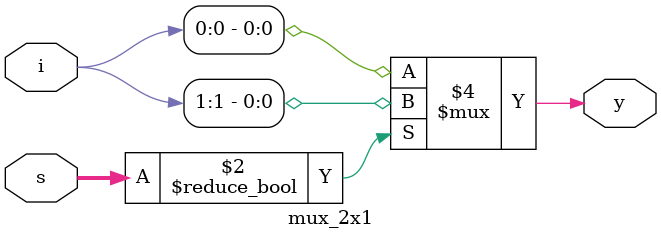
<source format=v>
`timescale 1ns / 1ps


module mux_2x1(
input [1:0]i,s, output reg y);
always @(*)
begin
if (s)
    y=i[1];
else
    y=i[0];
end
endmodule

</source>
